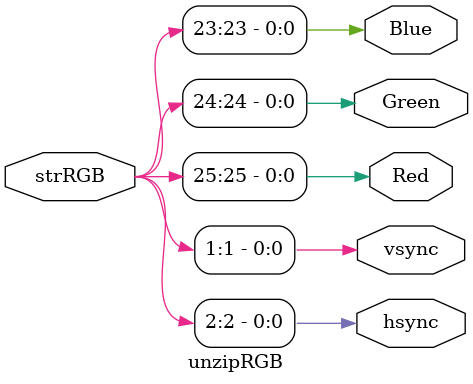
<source format=v>
module unzipRGB (
    input wire [25:0] strRGB,   // Input stream.
    output wire       hsync,    // Horizontal sync out.
    output wire       vsync,    // Vertical sync out.
    output wire       Red,      // RED vga output.
    output wire       Green,    // GREEN vga output.
    output wire       Blue      // BLUE vga output.
);

    // Bit position alias.
    `define VS 1:1
    `define HS 2:2
    `define B 23:23
    `define G 24:24
    `define R 25:25

    assign hsync = strRGB [`HS];
    assign vsync = strRGB [`VS];
    assign Red =   strRGB [`R];
    assign Green = strRGB [`G];
    assign Blue =  strRGB [`B];

endmodule

</source>
